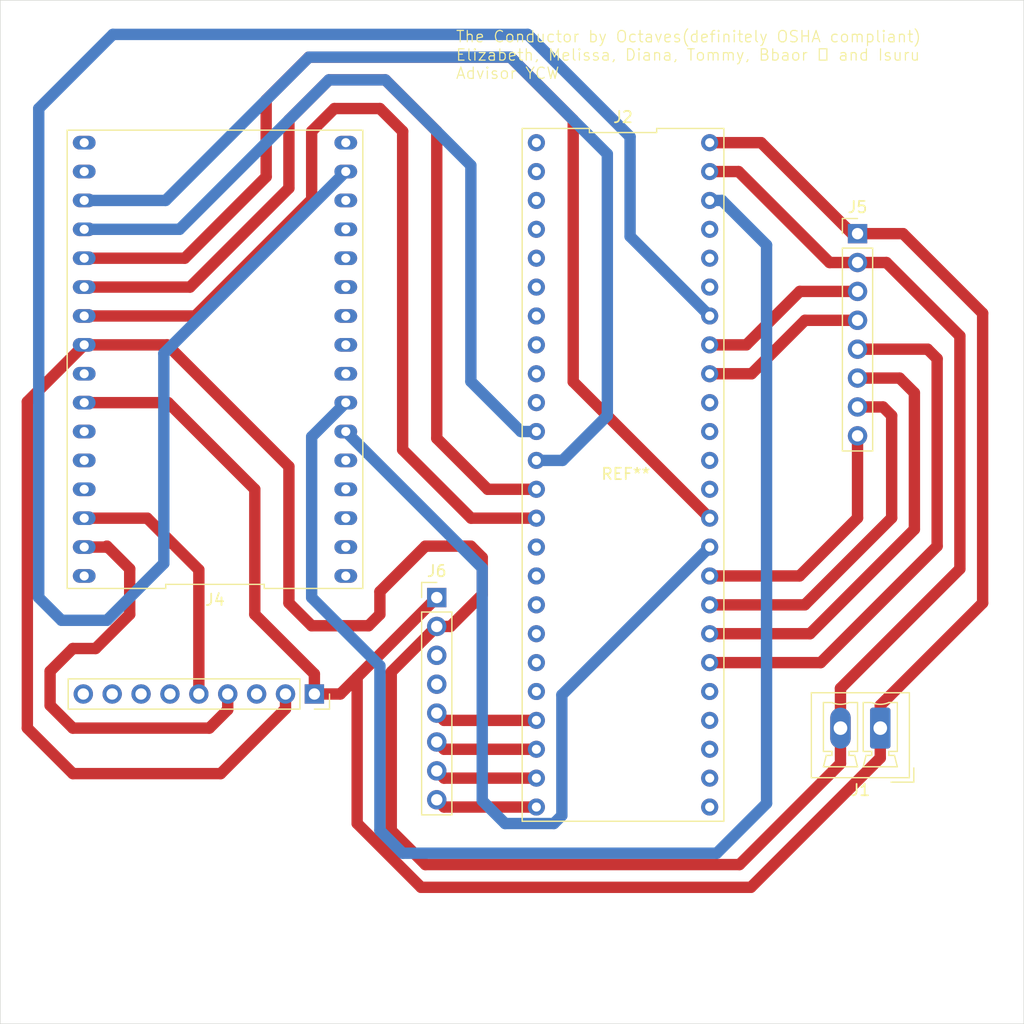
<source format=kicad_pcb>
(kicad_pcb (version 20240108) (generator "pcbnew") (generator_version "8.0")
  (layers (0 "F.Cu" signal) (31 "B.Cu" signal) (34 "B.Paste" user) (35 "F.Paste" user) (36 "B.SilkS" user "B.Silkscreen") (37 "F.SilkS" user "F.Silkscreen") (38 "B.Mask" user) (39 "F.Mask" user) (44 "Edge.Cuts" user))
  (net 0 "")
  (net 1 "Net-(J1-Pin_1)")
  (net 28 "Net-(J1-Pin_2)")
  (net 30 "Net-(J2-Pin_33)")
  (net 31 "Net-(J2-Pin_39)")
  (net 32 "Net-(J2-Pin_27)")
  (net 33 "Net-(J2-Pin_14)")
  (net 34 "Net-(J2-Pin_13)")
  (net 35 "Net-(J2-Pin_32)")
  (net 36 "Net-(J2-Pin_42)")
  (net 37 "Net-(J2-Pin_41)")
  (net 38 "Net-(J2-Pin_12)")
  (net 39 "Net-(J2-Pin_43)")
  (net 40 "Net-(J2-Pin_38)")
  (net 41 "Net-(J2-Pin_11)")
  (net 42 "Net-(J2-Pin_40)")
  (net 46 "Net-(J3-Pin_4)")
  (net 48 "Net-(J3-Pin_5)")
  (net 70 "Net-(J2-Pin_21)")
  (net 71 "Net-(J2-Pin_24)")
  (net 72 "Net-(J2-Pin_23)")
  (net 73 "Net-(J2-Pin_22)")
  (net 76 "Net-(J2-Pin_31)")
  (footprint "MountingHole:MountingHole_2.7mm_M2.5_DIN965" (layer "F.Cu") (at 63 115)
    (property "Reference" "REF**" (hide yes))
    (property "Value" "MountingHole_2.7mm_M2.5_DIN965" (hide yes))
    (pad "" np_thru_hole circle (at 0 0) (size 2.7 2.7) (drill 2.7) (layers "*.Cu" "*.Mask"))
  )
  (footprint "MountingHole:MountingHole_2.7mm_M2.5_DIN965" (layer "F.Cu") (at 115 73)
    (property "Reference" "REF**" (at 0 -3.35 0) (layer "F.SilkS"))
    (property "Value" "MountingHole_2.7mm_M2.5_DIN965")
    (pad "" np_thru_hole circle (at 0 0) (size 2.7 2.7) (drill 2.7) (layers "F&B.Cu" "*.Mask"))
  )
  (footprint "Connector_PinHeader_2.54mm:PinHeader_1x08_P2.54mm_Vertical" (layer "F.Cu") (at 98.38 80.52)
    (property "Reference" "J6" (at 0 -2.33 0) (layer "F.SilkS"))
    (property "Value" "buttons_connector")
    (fp_line (start -1.33 -1.33) (end 0 -1.33) (stroke (width 0.12)) (layer "F.SilkS"))
    (fp_line (start -1.33 0) (end -1.33 -1.33) (stroke (width 0.12)) (layer "F.SilkS"))
    (fp_line (start -1.33 1.27) (end -1.33 19.11) (stroke (width 0.12)) (layer "F.SilkS"))
    (fp_line (start -1.33 1.27) (end 1.33 1.27) (stroke (width 0.12)) (layer "F.SilkS"))
    (fp_line (start -1.33 19.11) (end 1.33 19.11) (stroke (width 0.12)) (layer "F.SilkS"))
    (fp_line (start 1.33 1.27) (end 1.33 19.11) (stroke (width 0.12)) (layer "F.SilkS"))
    (pad "1" thru_hole rect (at 0 0) (size 1.7 1.7) (drill 1) (layers "*.Cu" "*.Mask") (net 1 "Net-(J1-Pin_1)"))
    (pad "2" thru_hole oval (at 0 2.54) (size 1.7 1.7) (drill 1) (layers "*.Cu" "*.Mask") (net 28 "Net-(J1-Pin_2)"))
    (pad "3" thru_hole oval (at 0 5.08) (size 1.7 1.7) (drill 1) (layers "*.Cu" "*.Mask"))
    (pad "4" thru_hole oval (at 0 7.62) (size 1.7 1.7) (drill 1) (layers "*.Cu" "*.Mask"))
    (pad "5" thru_hole oval (at 0 10.16) (size 1.7 1.7) (drill 1) (layers "*.Cu" "*.Mask") (net 70 "Net-(J2-Pin_21)"))
    (pad "6" thru_hole oval (at 0 12.7) (size 1.7 1.7) (drill 1) (layers "*.Cu" "*.Mask") (net 73 "Net-(J2-Pin_22)"))
    (pad "7" thru_hole oval (at 0 15.24) (size 1.7 1.7) (drill 1) (layers "*.Cu" "*.Mask") (net 72 "Net-(J2-Pin_23)"))
    (pad "8" thru_hole oval (at 0 17.78) (size 1.7 1.7) (drill 1) (layers "*.Cu" "*.Mask") (net 71 "Net-(J2-Pin_24)"))
  )
  (footprint "TempLibrary:teensy4.1" (layer "F.Cu") (at 114.76 69.73 -90)
    (property "Reference" "J2" (at -31.46 0 0) (layer "F.SilkS"))
    (property "Value" "teensy 4.1")
    (fp_line (start 30.46 8.87) (end 30.46 -8.869999) (stroke (width 0.12)) (layer "F.SilkS"))
    (fp_line (start -30.46 8.869999) (end 30.46 8.87) (stroke (width 0.12)) (layer "F.SilkS"))
    (fp_line (start -30.46 2.956666) (end -30.46 8.869999) (stroke (width 0.12)) (layer "F.SilkS"))
    (fp_line (start -30.1 2.956666) (end -30.46 2.956666) (stroke (width 0.12)) (layer "F.SilkS"))
    (fp_line (start -30.46 -2.956666) (end -30.1 -2.956666) (stroke (width 0.12)) (layer "F.SilkS"))
    (fp_line (start -30.1 -2.956666) (end -30.1 2.956666) (stroke (width 0.12)) (layer "F.SilkS"))
    (fp_line (start 30.46 -8.869999) (end -30.46 -8.87) (stroke (width 0.12)) (layer "F.SilkS"))
    (fp_line (start -30.46 -8.87) (end -30.46 -2.956666) (stroke (width 0.12)) (layer "F.SilkS"))
    (pad "1" thru_hole circle (at -29.21 7.62 270) (size 1.5 1.5) (drill 0.8) (layers "*.Cu" "*.Mask"))
    (pad "2" thru_hole circle (at -26.67 7.62 270) (size 1.5 1.5) (drill 0.8) (layers "*.Cu" "*.Mask"))
    (pad "3" thru_hole circle (at -24.13 7.62 270) (size 1.5 1.5) (drill 0.8) (layers "*.Cu" "*.Mask"))
    (pad "4" thru_hole circle (at -21.59 7.62 270) (size 1.5 1.5) (drill 0.8) (layers "*.Cu" "*.Mask"))
    (pad "5" thru_hole circle (at -19.05 7.62 270) (size 1.5 1.5) (drill 0.8) (layers "*.Cu" "*.Mask"))
    (pad "6" thru_hole circle (at -16.51 7.62 270) (size 1.5 1.5) (drill 0.8) (layers "*.Cu" "*.Mask"))
    (pad "7" thru_hole circle (at -13.97 7.62 270) (size 1.5 1.5) (drill 0.8) (layers "*.Cu" "*.Mask"))
    (pad "8" thru_hole circle (at -11.43 7.62 270) (size 1.5 1.5) (drill 0.8) (layers "*.Cu" "*.Mask"))
    (pad "9" thru_hole circle (at -8.89 7.62 270) (size 1.5 1.5) (drill 0.8) (layers "*.Cu" "*.Mask"))
    (pad "10" thru_hole circle (at -6.35 7.62 270) (size 1.5 1.5) (drill 0.8) (layers "*.Cu" "*.Mask"))
    (pad "11" thru_hole circle (at -3.81 7.62 270) (size 1.5 1.5) (drill 0.8) (layers "*.Cu" "*.Mask") (net 41 "Net-(J2-Pin_11)"))
    (pad "12" thru_hole circle (at -1.27 7.62 270) (size 1.5 1.5) (drill 0.8) (layers "*.Cu" "*.Mask") (net 38 "Net-(J2-Pin_12)"))
    (pad "13" thru_hole circle (at 1.27 7.62 270) (size 1.5 1.5) (drill 0.8) (layers "*.Cu" "*.Mask") (net 34 "Net-(J2-Pin_13)"))
    (pad "14" thru_hole circle (at 3.81 7.62 270) (size 1.5 1.5) (drill 0.8) (layers "*.Cu" "*.Mask") (net 33 "Net-(J2-Pin_14)"))
    (pad "15" thru_hole circle (at 6.35 7.62 270) (size 1.5 1.5) (drill 0.8) (layers "*.Cu" "*.Mask"))
    (pad "16" thru_hole circle (at 8.89 7.62 270) (size 1.5 1.5) (drill 0.8) (layers "*.Cu" "*.Mask"))
    (pad "17" thru_hole circle (at 11.43 7.62 270) (size 1.5 1.5) (drill 0.8) (layers "*.Cu" "*.Mask"))
    (pad "18" thru_hole circle (at 13.97 7.62 270) (size 1.5 1.5) (drill 0.8) (layers "*.Cu" "*.Mask"))
    (pad "19" thru_hole circle (at 16.51 7.62 270) (size 1.5 1.5) (drill 0.8) (layers "*.Cu" "*.Mask"))
    (pad "20" thru_hole circle (at 19.05 7.62 270) (size 1.5 1.5) (drill 0.8) (layers "*.Cu" "*.Mask"))
    (pad "21" thru_hole circle (at 21.59 7.62 270) (size 1.5 1.5) (drill 0.8) (layers "*.Cu" "*.Mask") (net 70 "Net-(J2-Pin_21)"))
    (pad "22" thru_hole circle (at 24.13 7.62 270) (size 1.5 1.5) (drill 0.8) (layers "*.Cu" "*.Mask") (net 73 "Net-(J2-Pin_22)"))
    (pad "23" thru_hole circle (at 26.67 7.62 270) (size 1.5 1.5) (drill 0.8) (layers "*.Cu" "*.Mask") (net 72 "Net-(J2-Pin_23)"))
    (pad "24" thru_hole circle (at 29.21 7.62 270) (size 1.5 1.5) (drill 0.8) (layers "*.Cu" "*.Mask") (net 71 "Net-(J2-Pin_24)"))
    (pad "25" thru_hole circle (at -29.21 -7.62 270) (size 1.5 1.5) (drill 0.8) (layers "*.Cu" "*.Mask") (net 1 "Net-(J1-Pin_1)"))
    (pad "26" thru_hole circle (at -26.67 -7.62 270) (size 1.5 1.5) (drill 0.8) (layers "*.Cu" "*.Mask") (net 28 "Net-(J1-Pin_2)"))
    (pad "27" thru_hole circle (at -24.13 -7.62 270) (size 1.5 1.5) (drill 0.8) (layers "*.Cu" "*.Mask") (net 32 "Net-(J2-Pin_27)"))
    (pad "28" thru_hole circle (at -21.59 -7.62 270) (size 1.5 1.5) (drill 0.8) (layers "*.Cu" "*.Mask"))
    (pad "29" thru_hole circle (at -19.05 -7.62 270) (size 1.5 1.5) (drill 0.8) (layers "*.Cu" "*.Mask"))
    (pad "30" thru_hole circle (at -16.51 -7.62 270) (size 1.5 1.5) (drill 0.8) (layers "*.Cu" "*.Mask"))
    (pad "31" thru_hole circle (at -13.97 -7.62 270) (size 1.5 1.5) (drill 0.8) (layers "*.Cu" "*.Mask") (net 76 "Net-(J2-Pin_31)"))
    (pad "32" thru_hole circle (at -11.43 -7.62 270) (size 1.5 1.5) (drill 0.8) (layers "*.Cu" "*.Mask") (net 35 "Net-(J2-Pin_32)"))
    (pad "33" thru_hole circle (at -8.89 -7.62 270) (size 1.5 1.5) (drill 0.8) (layers "*.Cu" "*.Mask") (net 30 "Net-(J2-Pin_33)"))
    (pad "34" thru_hole circle (at -6.35 -7.62 270) (size 1.5 1.5) (drill 0.8) (layers "*.Cu" "*.Mask"))
    (pad "35" thru_hole circle (at -3.81 -7.62 270) (size 1.5 1.5) (drill 0.8) (layers "*.Cu" "*.Mask"))
    (pad "36" thru_hole circle (at -1.27 -7.62 270) (size 1.5 1.5) (drill 0.8) (layers "*.Cu" "*.Mask"))
    (pad "37" thru_hole circle (at 1.27 -7.62 270) (size 1.5 1.5) (drill 0.8) (layers "*.Cu" "*.Mask"))
    (pad "38" thru_hole circle (at 3.81 -7.62 270) (size 1.5 1.5) (drill 0.8) (layers "*.Cu" "*.Mask") (net 40 "Net-(J2-Pin_38)"))
    (pad "39" thru_hole circle (at 6.35 -7.62 270) (size 1.5 1.5) (drill 0.8) (layers "*.Cu" "*.Mask") (net 31 "Net-(J2-Pin_39)"))
    (pad "40" thru_hole circle (at 8.89 -7.62 270) (size 1.5 1.5) (drill 0.8) (layers "*.Cu" "*.Mask") (net 42 "Net-(J2-Pin_40)"))
    (pad "41" thru_hole circle (at 11.43 -7.62 270) (size 1.5 1.5) (drill 0.8) (layers "*.Cu" "*.Mask") (net 37 "Net-(J2-Pin_41)"))
    (pad "42" thru_hole circle (at 13.97 -7.62 270) (size 1.5 1.5) (drill 0.8) (layers "*.Cu" "*.Mask") (net 36 "Net-(J2-Pin_42)"))
    (pad "43" thru_hole circle (at 16.51 -7.62 270) (size 1.5 1.5) (drill 0.8) (layers "*.Cu" "*.Mask") (net 39 "Net-(J2-Pin_43)"))
    (pad "44" thru_hole circle (at 19.05 -7.62 270) (size 1.5 1.5) (drill 0.8) (layers "*.Cu" "*.Mask"))
    (pad "45" thru_hole circle (at 21.59 -7.62 270) (size 1.5 1.5) (drill 0.8) (layers "*.Cu" "*.Mask"))
    (pad "46" thru_hole circle (at 24.13 -7.62 270) (size 1.5 1.5) (drill 0.8) (layers "*.Cu" "*.Mask"))
    (pad "47" thru_hole circle (at 26.67 -7.62 270) (size 1.5 1.5) (drill 0.8) (layers "*.Cu" "*.Mask"))
    (pad "48" thru_hole circle (at 29.21 -7.62 270) (size 1.5 1.5) (drill 0.8) (layers "*.Cu" "*.Mask"))
  )
  (footprint "Connector_Phoenix_MC:PhoenixContact_MCV_1,5_2-G-3.5_1x02_P3.50mm_Vertical" (layer "F.Cu") (at 137.38 92 180)
    (property "Reference" "J1" (at 1.75 -5.45 180) (layer "F.SilkS"))
    (property "Value" "Screw_Terminal_01x02" (hide yes))
    (fp_line (start 6.06 3.11) (end 6.06 -4.36) (stroke (width 0.12)) (layer "F.SilkS"))
    (fp_line (start 6.06 -4.36) (end -2.56 -4.36) (stroke (width 0.12)) (layer "F.SilkS"))
    (fp_line (start 5 2.25) (end 4.25 2.25) (stroke (width 0.12)) (layer "F.SilkS"))
    (fp_line (start 5 -2.05) (end 5 2.25) (stroke (width 0.12)) (layer "F.SilkS"))
    (fp_line (start 5 -3.4) (end 4.75 -2.4) (stroke (width 0.12)) (layer "F.SilkS"))
    (fp_line (start 4.75 -2.4) (end 4.25 -2.4) (stroke (width 0.12)) (layer "F.SilkS"))
    (fp_line (start 4.25 -2.05) (end 5 -2.05) (stroke (width 0.12)) (layer "F.SilkS"))
    (fp_line (start 4.25 -2.4) (end 4.25 -2.05) (stroke (width 0.12)) (layer "F.SilkS"))
    (fp_line (start 2.75 2.25) (end 2 2.25) (stroke (width 0.12)) (layer "F.SilkS"))
    (fp_line (start 2.75 -2.05) (end 2.75 -2.4) (stroke (width 0.12)) (layer "F.SilkS"))
    (fp_line (start 2.75 -2.4) (end 2.25 -2.4) (stroke (width 0.12)) (layer "F.SilkS"))
    (fp_line (start 2.25 -2.4) (end 2 -3.4) (stroke (width 0.12)) (layer "F.SilkS"))
    (fp_line (start 2 2.25) (end 2 -2.05) (stroke (width 0.12)) (layer "F.SilkS"))
    (fp_line (start 2 -2.05) (end 2.75 -2.05) (stroke (width 0.12)) (layer "F.SilkS"))
    (fp_line (start 2 -3.4) (end 5 -3.4) (stroke (width 0.12)) (layer "F.SilkS"))
    (fp_line (start 1.5 2.25) (end 0.75 2.25) (stroke (width 0.12)) (layer "F.SilkS"))
    (fp_line (start 1.5 -2.05) (end 1.5 2.25) (stroke (width 0.12)) (layer "F.SilkS"))
    (fp_line (start 1.5 -3.4) (end 1.25 -2.4) (stroke (width 0.12)) (layer "F.SilkS"))
    (fp_line (start 1.25 -2.4) (end 0.75 -2.4) (stroke (width 0.12)) (layer "F.SilkS"))
    (fp_line (start 0.75 -2.05) (end 1.5 -2.05) (stroke (width 0.12)) (layer "F.SilkS"))
    (fp_line (start 0.75 -2.4) (end 0.75 -2.05) (stroke (width 0.12)) (layer "F.SilkS"))
    (fp_line (start -0.75 2.25) (end -1.5 2.25) (stroke (width 0.12)) (layer "F.SilkS"))
    (fp_line (start -0.75 -2.05) (end -0.75 -2.4) (stroke (width 0.12)) (layer "F.SilkS"))
    (fp_line (start -0.75 -2.4) (end -1.25 -2.4) (stroke (width 0.12)) (layer "F.SilkS"))
    (fp_line (start -1.25 -2.4) (end -1.5 -3.4) (stroke (width 0.12)) (layer "F.SilkS"))
    (fp_line (start -1.5 2.25) (end -1.5 -2.05) (stroke (width 0.12)) (layer "F.SilkS"))
    (fp_line (start -1.5 -2.05) (end -0.75 -2.05) (stroke (width 0.12)) (layer "F.SilkS"))
    (fp_line (start -1.5 -3.4) (end 1.5 -3.4) (stroke (width 0.12)) (layer "F.SilkS"))
    (fp_line (start -2.56 3.11) (end 6.06 3.11) (stroke (width 0.12)) (layer "F.SilkS"))
    (fp_line (start -2.56 -4.36) (end -2.56 3.11) (stroke (width 0.12)) (layer "F.SilkS"))
    (fp_line (start -2.95 -3.5) (end -2.95 -4.75) (stroke (width 0.12)) (layer "F.SilkS"))
    (fp_line (start -2.95 -4.75) (end -0.95 -4.75) (stroke (width 0.12)) (layer "F.SilkS"))
    (fp_arc (start 2.75 2.25) (mid 3.499807 2.09191) (end 4.249647 2.249844) (stroke (width 0.12)) (layer "F.SilkS"))
    (fp_arc (start -0.75 2.25) (mid -0.000193 2.09191) (end 0.749647 2.249844) (stroke (width 0.12)) (layer "F.SilkS"))
    (pad "1" thru_hole roundrect (at 0 0 180) (size 1.8 3.6) (drill 1.2) (layers "*.Cu" "*.Mask") (roundrect_rratio 0.138889) (net 1 "Net-(J1-Pin_1)"))
    (pad "2" thru_hole oval (at 3.5 0 180) (size 1.8 3.6) (drill 1.2) (layers "*.Cu" "*.Mask") (net 28 "Net-(J1-Pin_2)"))
  )
  (footprint "Connector_PinSocket_2.54mm:PinSocket_1x09_P2.54mm_Vertical" (layer "F.Cu") (at 87.62 89 -90)
    (property "Reference" "J3" (hide yes))
    (property "Value" "MAX98306" (hide yes))
    (fp_line (start -1.33 21.65) (end 1.33 21.65) (stroke (width 0.12)) (layer "F.SilkS"))
    (fp_line (start -1.33 1.27) (end -1.33 21.65) (stroke (width 0.12)) (layer "F.SilkS"))
    (fp_line (start -1.33 1.27) (end 1.33 1.27) (stroke (width 0.12)) (layer "F.SilkS"))
    (fp_line (start 1.33 1.27) (end 1.33 21.65) (stroke (width 0.12)) (layer "F.SilkS"))
    (fp_line (start 0 -1.33) (end 1.33 -1.33) (stroke (width 0.12)) (layer "F.SilkS"))
    (fp_line (start 1.33 -1.33) (end 1.33 0) (stroke (width 0.12)) (layer "F.SilkS"))
    (pad "1" thru_hole rect (at 0 0 270) (size 1.7 1.7) (drill 1) (layers "*.Cu" "*.Mask") (net 1 "Net-(J1-Pin_1)"))
    (pad "2" thru_hole oval (at 0 2.54 270) (size 1.7 1.7) (drill 1) (layers "*.Cu" "*.Mask") (net 28 "Net-(J1-Pin_2)"))
    (pad "3" thru_hole oval (at 0 5.08 270) (size 1.7 1.7) (drill 1) (layers "*.Cu" "*.Mask"))
    (pad "4" thru_hole oval (at 0 7.62 270) (size 1.7 1.7) (drill 1) (layers "*.Cu" "*.Mask") (net 46 "Net-(J3-Pin_4)"))
    (pad "5" thru_hole oval (at 0 10.16 270) (size 1.7 1.7) (drill 1) (layers "*.Cu" "*.Mask") (net 48 "Net-(J3-Pin_5)"))
    (pad "6" thru_hole oval (at 0 12.7 270) (size 1.7 1.7) (drill 1) (layers "*.Cu" "*.Mask"))
    (pad "7" thru_hole oval (at 0 15.24 270) (size 1.7 1.7) (drill 1) (layers "*.Cu" "*.Mask"))
    (pad "8" thru_hole oval (at 0 17.78 270) (size 1.7 1.7) (drill 1) (layers "*.Cu" "*.Mask"))
    (pad "9" thru_hole oval (at 0 20.32 270) (size 1.7 1.7) (drill 1) (layers "*.Cu" "*.Mask"))
  )
  (footprint "MountingHole:MountingHole_2.7mm_M2.5_DIN965" (layer "F.Cu") (at 147 115)
    (property "Reference" "REF**" (hide yes))
    (property "Value" "MountingHole_2.7mm_M2.5_DIN965" (hide yes))
    (pad "" np_thru_hole circle (at 0 0) (size 2.7 2.7) (drill 2.7) (layers "*.Cu" "*.Mask"))
  )
  (footprint "TempLibrary:vs1053b_2" (layer "F.Cu") (at 78.88 59.57 90)
    (property "Reference" "J4" (at -21.15 0 0) (layer "F.SilkS"))
    (property "Value" "vs1053b")
    (fp_line (start -20.15 -13) (end -20.15 -4.333333) (stroke (width 0.12)) (layer "F.SilkS"))
    (fp_line (start 20.15 -12.999999) (end -20.15 -13) (stroke (width 0.12)) (layer "F.SilkS"))
    (fp_line (start -19.79 -4.333333) (end -19.79 4.333333) (stroke (width 0.12)) (layer "F.SilkS"))
    (fp_line (start -20.15 -4.333333) (end -19.79 -4.333333) (stroke (width 0.12)) (layer "F.SilkS"))
    (fp_line (start -19.79 4.333333) (end -20.15 4.333333) (stroke (width 0.12)) (layer "F.SilkS"))
    (fp_line (start -20.15 4.333333) (end -20.15 12.999999) (stroke (width 0.12)) (layer "F.SilkS"))
    (fp_line (start -20.15 12.999999) (end 20.15 13) (stroke (width 0.12)) (layer "F.SilkS"))
    (fp_line (start 20.15 13) (end 20.15 -12.999999) (stroke (width 0.12)) (layer "F.SilkS"))
    (pad "1" thru_hole oval (at -19.05 11.5 90) (size 1.2 2) (drill 0.8) (layers "*.Cu" "*.Mask"))
    (pad "2" thru_hole oval (at -16.51 11.5 90) (size 1.2 2) (drill 0.8) (layers "*.Cu" "*.Mask"))
    (pad "3" thru_hole oval (at -13.97 11.5 90) (size 1.2 2) (drill 0.8) (layers "*.Cu" "*.Mask"))
    (pad "4" thru_hole oval (at -11.43 11.5 90) (size 1.2 2) (drill 0.8) (layers "*.Cu" "*.Mask"))
    (pad "5" thru_hole oval (at -8.89 11.5 90) (size 1.2 2) (drill 0.8) (layers "*.Cu" "*.Mask"))
    (pad "6" thru_hole oval (at -6.35 11.5 90) (size 1.2 2) (drill 0.8) (layers "*.Cu" "*.Mask") (net 31 "Net-(J2-Pin_39)"))
    (pad "7" thru_hole oval (at -3.81 11.5 90) (size 1.2 2) (drill 0.8) (layers "*.Cu" "*.Mask") (net 32 "Net-(J2-Pin_27)"))
    (pad "8" thru_hole oval (at -1.27 11.5 90) (size 1.2 2) (drill 0.8) (layers "*.Cu" "*.Mask"))
    (pad "9" thru_hole oval (at 1.27 11.5 90) (size 1.2 2) (drill 0.8) (layers "*.Cu" "*.Mask"))
    (pad "10" thru_hole oval (at 3.81 11.5 90) (size 1.2 2) (drill 0.8) (layers "*.Cu" "*.Mask"))
    (pad "11" thru_hole oval (at 6.35 11.5 90) (size 1.2 2) (drill 0.8) (layers "*.Cu" "*.Mask"))
    (pad "12" thru_hole oval (at 8.89 11.5 90) (size 1.2 2) (drill 0.8) (layers "*.Cu" "*.Mask"))
    (pad "13" thru_hole oval (at 11.43 11.5 90) (size 1.2 2) (drill 0.8) (layers "*.Cu" "*.Mask"))
    (pad "14" thru_hole oval (at 13.97 11.5 90) (size 1.2 2) (drill 0.8) (layers "*.Cu" "*.Mask"))
    (pad "15" thru_hole oval (at 16.51 11.5 90) (size 1.2 2) (drill 0.8) (layers "*.Cu" "*.Mask") (net 76 "Net-(J2-Pin_31)"))
    (pad "16" thru_hole oval (at 19.05 11.5 90) (size 1.2 2) (drill 0.8) (layers "*.Cu" "*.Mask"))
    (pad "17" thru_hole oval (at -19.05 -11.5 90) (size 1.2 2) (drill 0.8) (layers "*.Cu" "*.Mask"))
    (pad "18" thru_hole oval (at -16.51 -11.5 90) (size 1.2 2) (drill 0.8) (layers "*.Cu" "*.Mask") (net 46 "Net-(J3-Pin_4)"))
    (pad "19" thru_hole oval (at -13.97 -11.5 90) (size 1.2 2) (drill 0.8) (layers "*.Cu" "*.Mask") (net 48 "Net-(J3-Pin_5)"))
    (pad "20" thru_hole oval (at -11.43 -11.5 90) (size 1.2 2) (drill 0.8) (layers "*.Cu" "*.Mask"))
    (pad "21" thru_hole oval (at -8.89 -11.5 90) (size 1.2 2) (drill 0.8) (layers "*.Cu" "*.Mask"))
    (pad "22" thru_hole oval (at -6.35 -11.5 90) (size 1.2 2) (drill 0.8) (layers "*.Cu" "*.Mask"))
    (pad "23" thru_hole oval (at -3.81 -11.5 90) (size 1.2 2) (drill 0.8) (layers "*.Cu" "*.Mask") (net 1 "Net-(J1-Pin_1)"))
    (pad "24" thru_hole oval (at -1.27 -11.5 90) (size 1.2 2) (drill 0.8) (layers "*.Cu" "*.Mask"))
    (pad "25" thru_hole oval (at 1.27 -11.5 90) (size 1.2 2) (drill 0.8) (layers "*.Cu" "*.Mask") (net 28 "Net-(J1-Pin_2)"))
    (pad "26" thru_hole oval (at 3.81 -11.5 90) (size 1.2 2) (drill 0.8) (layers "*.Cu" "*.Mask") (net 33 "Net-(J2-Pin_14)"))
    (pad "27" thru_hole oval (at 6.35 -11.5 90) (size 1.2 2) (drill 0.8) (layers "*.Cu" "*.Mask") (net 34 "Net-(J2-Pin_13)"))
    (pad "28" thru_hole oval (at 8.89 -11.5 90) (size 1.2 2) (drill 0.8) (layers "*.Cu" "*.Mask") (net 40 "Net-(J2-Pin_38)"))
    (pad "29" thru_hole oval (at 11.43 -11.5 90) (size 1.2 2) (drill 0.8) (layers "*.Cu" "*.Mask") (net 41 "Net-(J2-Pin_11)"))
    (pad "30" thru_hole oval (at 13.97 -11.5 90) (size 1.2 2) (drill 0.8) (layers "*.Cu" "*.Mask") (net 38 "Net-(J2-Pin_12)"))
    (pad "31" thru_hole oval (at 16.51 -11.5 90) (size 1.2 2) (drill 0.8) (layers "*.Cu" "*.Mask"))
    (pad "32" thru_hole oval (at 19.05 -11.5 90) (size 1.2 2) (drill 0.8) (layers "*.Cu" "*.Mask"))
  )
  (footprint "MountingHole:MountingHole_2.7mm_M2.5_DIN965" (layer "F.Cu") (at 63 31)
    (property "Reference" "REF**" (hide yes))
    (property "Value" "MountingHole_2.7mm_M2.5_DIN965" (hide yes))
    (pad "" np_thru_hole circle (at 0 0) (size 2.7 2.7) (drill 2.7) (layers "*.Cu" "*.Mask"))
  )
  (footprint "Connector_PinHeader_2.54mm:PinHeader_1x08_P2.54mm_Vertical" (layer "F.Cu") (at 135.38 48.52)
    (property "Reference" "J5" (at 0 -2.33 0) (layer "F.SilkS"))
    (property "Value" "flex_imu_connector" (hide yes))
    (fp_line (start -1.33 -1.33) (end 0 -1.33) (stroke (width 0.12)) (layer "F.SilkS"))
    (fp_line (start -1.33 0) (end -1.33 -1.33) (stroke (width 0.12)) (layer "F.SilkS"))
    (fp_line (start -1.33 1.27) (end -1.33 19.11) (stroke (width 0.12)) (layer "F.SilkS"))
    (fp_line (start -1.33 1.27) (end 1.33 1.27) (stroke (width 0.12)) (layer "F.SilkS"))
    (fp_line (start -1.33 19.11) (end 1.33 19.11) (stroke (width 0.12)) (layer "F.SilkS"))
    (fp_line (start 1.33 1.27) (end 1.33 19.11) (stroke (width 0.12)) (layer "F.SilkS"))
    (pad "1" thru_hole rect (at 0 0) (size 1.7 1.7) (drill 1) (layers "*.Cu" "*.Mask") (net 1 "Net-(J1-Pin_1)"))
    (pad "2" thru_hole oval (at 0 2.54) (size 1.7 1.7) (drill 1) (layers "*.Cu" "*.Mask") (net 28 "Net-(J1-Pin_2)"))
    (pad "3" thru_hole oval (at 0 5.08) (size 1.7 1.7) (drill 1) (layers "*.Cu" "*.Mask") (net 35 "Net-(J2-Pin_32)"))
    (pad "4" thru_hole oval (at 0 7.62) (size 1.7 1.7) (drill 1) (layers "*.Cu" "*.Mask") (net 30 "Net-(J2-Pin_33)"))
    (pad "5" thru_hole oval (at 0 10.16) (size 1.7 1.7) (drill 1) (layers "*.Cu" "*.Mask") (net 39 "Net-(J2-Pin_43)"))
    (pad "6" thru_hole oval (at 0 12.7) (size 1.7 1.7) (drill 1) (layers "*.Cu" "*.Mask") (net 36 "Net-(J2-Pin_42)"))
    (pad "7" thru_hole oval (at 0 15.24) (size 1.7 1.7) (drill 1) (layers "*.Cu" "*.Mask") (net 37 "Net-(J2-Pin_41)"))
    (pad "8" thru_hole oval (at 0 17.78) (size 1.7 1.7) (drill 1) (layers "*.Cu" "*.Mask") (net 42 "Net-(J2-Pin_40)"))
  )
  (footprint "MountingHole:MountingHole_2.7mm_M2.5_DIN965" (layer "F.Cu") (at 147 31)
    (property "Reference" "REF**" (hide yes))
    (property "Value" "MountingHole_2.7mm_M2.5_DIN965" (hide yes))
    (pad "" np_thru_hole circle (at 0 0) (size 2.7 2.7) (drill 2.7) (layers "*.Cu" "*.Mask"))
  )
  (gr_rect (start 60 28) (end 150 118) (stroke (width 0.05)) (fill none) (layer "Edge.Cuts"))
  (gr_text "The Conductor by Octaves(definitely OSHA compliant)\nElizabeth, Melissa, Diana, Tommy, Bbaor ඞ and Isuru\nAdvisor YCW  \n" (at 100 35 0) (layer "F.SilkS") (effects (font (size 1 1) (thickness 0.1)) (justify left bottom)))
  (segment (start 139.38 48.52) (end 146.38 55.52) (width 1) (layer "F.Cu") (net 1))
  (segment (start 97 106) (end 126 106) (width 1) (layer "F.Cu") (net 1))
  (segment (start 87.62 87.24) (end 87.62 89) (width 1) (layer "F.Cu") (net 1))
  (segment (start 91.38 100.38) (end 97 106) (width 1) (layer "F.Cu") (net 1))
  (segment (start 82.38 71) (end 82.38 82) (width 1) (layer "F.Cu") (net 1))
  (segment (start 146.38 55.52) (end 146.38 81) (width 1) (layer "F.Cu") (net 1))
  (segment (start 126 106) (end 137.38 94.62) (width 1) (layer "F.Cu") (net 1))
  (segment (start 134.9 48.52) (end 126.9 40.52) (width 1) (layer "F.Cu") (net 1))
  (segment (start 137.38 90) (end 137.38 92) (width 1) (layer "F.Cu") (net 1))
  (segment (start 87.62 89) (end 89.9 89) (width 1) (layer "F.Cu") (net 1))
  (segment (start 146.38 81) (end 137.38 90) (width 1) (layer "F.Cu") (net 1))
  (segment (start 135.38 48.52) (end 134.9 48.52) (width 1) (layer "F.Cu") (net 1))
  (segment (start 67.38 63.38) (end 74.76 63.38) (width 1) (layer "F.Cu") (net 1))
  (segment (start 91.38 87.52) (end 91.38 100.38) (width 1) (layer "F.Cu") (net 1))
  (segment (start 135.38 48.52) (end 139.38 48.52) (width 1) (layer "F.Cu") (net 1))
  (segment (start 89.9 89) (end 91.38 87.52) (width 1) (layer "F.Cu") (net 1))
  (segment (start 82.38 82) (end 87.62 87.24) (width 1) (layer "F.Cu") (net 1))
  (segment (start 137.38 94.62) (end 137.38 92) (width 1) (layer "F.Cu") (net 1))
  (segment (start 126.9 40.52) (end 122.38 40.52) (width 1) (layer "F.Cu") (net 1))
  (segment (start 74.76 63.38) (end 82.38 71) (width 1) (layer "F.Cu") (net 1))
  (segment (start 91.38 87.52) (end 98.38 80.52) (width 1) (layer "F.Cu") (net 1))
  (segment (start 97.38 104) (end 94.38 101) (width 1) (layer "F.Cu") (net 28))
  (segment (start 101.38 76) (end 102.38 77) (width 1) (layer "F.Cu") (net 28))
  (segment (start 67.38 58.3) (end 62.38 63.3) (width 1) (layer "F.Cu") (net 28))
  (segment (start 144.38 57.52) (end 144.38 78) (width 1) (layer "F.Cu") (net 28))
  (segment (start 62.38 92) (end 66.38 96) (width 1) (layer "F.Cu") (net 28))
  (segment (start 99.582081 83.06) (end 98.38 83.06) (width 1) (layer "F.Cu") (net 28))
  (segment (start 66.38 96) (end 79.38 96) (width 1) (layer "F.Cu") (net 28))
  (segment (start 85.38 81) (end 87.38 83) (width 1) (layer "F.Cu") (net 28))
  (segment (start 85.08 90.3) (end 85.08 89) (width 1) (layer "F.Cu") (net 28))
  (segment (start 133.88 92) (end 133.88 95.12) (width 1) (layer "F.Cu") (net 28))
  (segment (start 137.92 51.06) (end 144.38 57.52) (width 1) (layer "F.Cu") (net 28))
  (segment (start 97.38 76) (end 101.38 76) (width 1) (layer "F.Cu") (net 28))
  (segment (start 133.88 95.12) (end 125 104) (width 1) (layer "F.Cu") (net 28))
  (segment (start 125 104) (end 97.38 104) (width 1) (layer "F.Cu") (net 28))
  (segment (start 92.38 83) (end 93.38 82) (width 1) (layer "F.Cu") (net 28))
  (segment (start 124.92 43.06) (end 122.38 43.06) (width 1) (layer "F.Cu") (net 28))
  (segment (start 102.38 77) (end 102.38 80.262081) (width 1) (layer "F.Cu") (net 28))
  (segment (start 85.38 69) (end 74.68 58.3) (width 1) (layer "F.Cu") (net 28))
  (segment (start 133.88 88.5) (end 133.88 92) (width 1) (layer "F.Cu") (net 28))
  (segment (start 94.38 87.06) (end 98.38 83.06) (width 1) (layer "F.Cu") (net 28))
  (segment (start 93.38 80) (end 97.38 76) (width 1) (layer "F.Cu") (net 28))
  (segment (start 132.92 51.06) (end 124.92 43.06) (width 1) (layer "F.Cu") (net 28))
  (segment (start 93.38 82) (end 93.38 80) (width 1) (layer "F.Cu") (net 28))
  (segment (start 74.68 58.3) (end 67.38 58.3) (width 1) (layer "F.Cu") (net 28))
  (segment (start 62.38 63.3) (end 62.38 92) (width 1) (layer "F.Cu") (net 28))
  (segment (start 135.38 51.06) (end 132.92 51.06) (width 1) (layer "F.Cu") (net 28))
  (segment (start 94.38 101) (end 94.38 87.06) (width 1) (layer "F.Cu") (net 28))
  (segment (start 135.38 51.06) (end 137.92 51.06) (width 1) (layer "F.Cu") (net 28))
  (segment (start 87.38 83) (end 92.38 83) (width 1) (layer "F.Cu") (net 28))
  (segment (start 102.38 80.262081) (end 99.582081 83.06) (width 1) (layer "F.Cu") (net 28))
  (segment (start 79.38 96) (end 85.08 90.3) (width 1) (layer "F.Cu") (net 28))
  (segment (start 85.38 69) (end 85.38 81) (width 1) (layer "F.Cu") (net 28))
  (segment (start 144.38 78) (end 133.88 88.5) (width 1) (layer "F.Cu") (net 28))
  (segment (start 122.38 60.84) (end 126.06 60.84) (width 1) (layer "F.Cu") (net 30))
  (segment (start 130.76 56.14) (end 135.38 56.14) (width 1) (layer "F.Cu") (net 30))
  (segment (start 126.06 60.84) (end 130.76 56.14) (width 1) (layer "F.Cu") (net 30))
  (segment (start 104.39 100.39) (end 108.675305 100.39) (width 1) (layer "B.Cu") (net 31))
  (segment (start 102.38 77.92) (end 102.38 98.38) (width 1) (layer "B.Cu") (net 31))
  (segment (start 108.675305 100.39) (end 109.38 99.685305) (width 1) (layer "B.Cu") (net 31))
  (segment (start 102.38 98.38) (end 104.39 100.39) (width 1) (layer "B.Cu") (net 31))
  (segment (start 109.38 99.685305) (end 109.38 89.08) (width 1) (layer "B.Cu") (net 31))
  (segment (start 109.38 89.08) (end 122.38 76.08) (width 1) (layer "B.Cu") (net 31))
  (segment (start 90.38 65.92) (end 102.38 77.92) (width 1) (layer "B.Cu") (net 31))
  (segment (start 87.38 66.38) (end 87.38 80.52) (width 1) (layer "B.Cu") (net 32))
  (segment (start 87.38 80.52) (end 93.38 86.52) (width 1) (layer "B.Cu") (net 32))
  (segment (start 93.38 101) (end 95.38 103) (width 1) (layer "B.Cu") (net 32))
  (segment (start 127.38 49.52) (end 123.46 45.6) (width 1) (layer "B.Cu") (net 32))
  (segment (start 123.46 45.6) (end 122.38 45.6) (width 1) (layer "B.Cu") (net 32))
  (segment (start 95.38 103) (end 123 103) (width 1) (layer "B.Cu") (net 32))
  (segment (start 93.38 86.52) (end 93.38 101) (width 1) (layer "B.Cu") (net 32))
  (segment (start 90.38 63.38) (end 87.38 66.38) (width 1) (layer "B.Cu") (net 32))
  (segment (start 127.38 98.62) (end 127.38 49.52) (width 1) (layer "B.Cu") (net 32))
  (segment (start 123 103) (end 127.38 98.62) (width 1) (layer "B.Cu") (net 32))
  (segment (start 87.38 39.52) (end 89.38 37.52) (width 1) (layer "F.Cu") (net 33))
  (segment (start 77.14 55.76) (end 87.38 45.52) (width 1) (layer "F.Cu") (net 33))
  (segment (start 87.38 45.52) (end 87.38 39.52) (width 1) (layer "F.Cu") (net 33))
  (segment (start 95.38 39.52) (end 95.38 67.52) (width 1) (layer "F.Cu") (net 33))
  (segment (start 95.38 67.52) (end 101.4 73.54) (width 1) (layer "F.Cu") (net 33))
  (segment (start 89.38 37.52) (end 93.38 37.52) (width 1) (layer "F.Cu") (net 33))
  (segment (start 93.38 37.52) (end 95.38 39.52) (width 1) (layer "F.Cu") (net 33))
  (segment (start 67.38 55.76) (end 77.14 55.76) (width 1) (layer "F.Cu") (net 33))
  (segment (start 101.4 73.54) (end 107.14 73.54) (width 1) (layer "F.Cu") (net 33))
  (segment (start 85.38 38.52) (end 85.38 44.52) (width 1) (layer "F.Cu") (net 34))
  (segment (start 88.9 35) (end 85.38 38.52) (width 1) (layer "F.Cu") (net 34))
  (segment (start 98.38 39.52) (end 93.86 35) (width 1) (layer "F.Cu") (net 34))
  (segment (start 76.68 53.22) (end 67.38 53.22) (width 1) (layer "F.Cu") (net 34))
  (segment (start 98.38 66.52) (end 98.38 39.52) (width 1) (layer "F.Cu") (net 34))
  (segment (start 85.38 44.52) (end 76.68 53.22) (width 1) (layer "F.Cu") (net 34))
  (segment (start 93.86 35) (end 88.9 35) (width 1) (layer "F.Cu") (net 34))
  (segment (start 107.14 71) (end 102.86 71) (width 1) (layer "F.Cu") (net 34))
  (segment (start 102.86 71) (end 98.38 66.52) (width 1) (layer "F.Cu") (net 34))
  (segment (start 135.38 53.6) (end 130.3 53.6) (width 1) (layer "F.Cu") (net 35))
  (segment (start 125.6 58.3) (end 122.38 58.3) (width 1) (layer "F.Cu") (net 35))
  (segment (start 130.3 53.6) (end 125.6 58.3) (width 1) (layer "F.Cu") (net 35))
  (segment (start 140.38 62.52) (end 140.38 74.52) (width 1) (layer "F.Cu") (net 36))
  (segment (start 135.38 61.22) (end 139.08 61.22) (width 1) (layer "F.Cu") (net 36))
  (segment (start 139.08 61.22) (end 140.38 62.52) (width 1) (layer "F.Cu") (net 36))
  (segment (start 140.38 74.52) (end 131.2 83.7) (width 1) (layer "F.Cu") (net 36))
  (segment (start 131.2 83.7) (end 122.38 83.7) (width 1) (layer "F.Cu") (net 36))
  (segment (start 138.38 64.52) (end 138.38 73.52) (width 1) (layer "F.Cu") (net 37))
  (segment (start 137.62 63.76) (end 138.38 64.52) (width 1) (layer "F.Cu") (net 37))
  (segment (start 130.74 81.16) (end 122.38 81.16) (width 1) (layer "F.Cu") (net 37))
  (segment (start 135.38 63.76) (end 137.62 63.76) (width 1) (layer "F.Cu") (net 37))
  (segment (start 138.38 73.52) (end 130.74 81.16) (width 1) (layer "F.Cu") (net 37))
  (segment (start 113.38 41.52) (end 104.86 33) (width 1) (layer "B.Cu") (net 38))
  (segment (start 74.54 45.6) (end 67.38 45.6) (width 1) (layer "B.Cu") (net 38))
  (segment (start 113.38 64.52) (end 113.38 41.52) (width 1) (layer "B.Cu") (net 38))
  (segment (start 104.86 33) (end 87.14 33) (width 1) (layer "B.Cu") (net 38))
  (segment (start 87.14 33) (end 74.54 45.6) (width 1) (layer "B.Cu") (net 38))
  (segment (start 107.14 68.46) (end 109.44 68.46) (width 1) (layer "B.Cu") (net 38))
  (segment (start 109.44 68.46) (end 113.38 64.52) (width 1) (layer "B.Cu") (net 38))
  (segment (start 142.38 59.52) (end 142.38 76) (width 1) (layer "F.Cu") (net 39))
  (segment (start 132.14 86.24) (end 122.38 86.24) (width 1) (layer "F.Cu") (net 39))
  (segment (start 141.54 58.68) (end 142.38 59.52) (width 1) (layer "F.Cu") (net 39))
  (segment (start 142.38 76) (end 132.14 86.24) (width 1) (layer "F.Cu") (net 39))
  (segment (start 135.38 58.68) (end 141.54 58.68) (width 1) (layer "F.Cu") (net 39))
  (segment (start 110.38 38.52) (end 110.38 61.54) (width 1) (layer "F.Cu") (net 40))
  (segment (start 67.38 50.68) (end 76.22 50.68) (width 1) (layer "F.Cu") (net 40))
  (segment (start 87.13 33) (end 104.86 33) (width 1) (layer "F.Cu") (net 40))
  (segment (start 110.38 61.54) (end 122.38 73.54) (width 1) (layer "F.Cu") (net 40))
  (segment (start 76.22 50.68) (end 83.38 43.52) (width 1) (layer "F.Cu") (net 40))
  (segment (start 83.38 36.75) (end 87.13 33) (width 1) (layer "F.Cu") (net 40))
  (segment (start 83.38 43.52) (end 83.38 36.75) (width 1) (layer "F.Cu") (net 40))
  (segment (start 104.86 33) (end 110.38 38.52) (width 1) (layer "F.Cu") (net 40))
  (segment (start 93.86 35) (end 88.9 35) (width 1) (layer "B.Cu") (net 41))
  (segment (start 101.38 61.52) (end 101.38 42.52) (width 1) (layer "B.Cu") (net 41))
  (segment (start 88.9 35) (end 75.76 48.14) (width 1) (layer "B.Cu") (net 41))
  (segment (start 75.76 48.14) (end 67.38 48.14) (width 1) (layer "B.Cu") (net 41))
  (segment (start 101.38 61.52) (end 105.78 65.92) (width 1) (layer "B.Cu") (net 41))
  (segment (start 101.38 42.52) (end 93.86 35) (width 1) (layer "B.Cu") (net 41))
  (segment (start 105.78 65.92) (end 107.14 65.92) (width 1) (layer "B.Cu") (net 41))
  (segment (start 130.28 78.62) (end 122.38 78.62) (width 1) (layer "F.Cu") (net 42))
  (segment (start 135.38 66.3) (end 135.38 73.52) (width 1) (layer "F.Cu") (net 42))
  (segment (start 135.38 73.52) (end 130.28 78.62) (width 1) (layer "F.Cu") (net 42))
  (segment (start 66.38 92) (end 78.38 92) (width 1) (layer "F.Cu") (net 46))
  (segment (start 67.38 76.08) (end 69.3 76.08) (width 1) (layer "F.Cu") (net 46))
  (segment (start 69.3 76.08) (end 69.38 76) (width 1) (layer "F.Cu") (net 46))
  (segment (start 66.38 85) (end 64.38 87) (width 1) (layer "F.Cu") (net 46))
  (segment (start 78.38 92) (end 80 90.38) (width 1) (layer "F.Cu") (net 46))
  (segment (start 68.38 85) (end 66.38 85) (width 1) (layer "F.Cu") (net 46))
  (segment (start 69.38 76) (end 71.38 78) (width 1) (layer "F.Cu") (net 46))
  (segment (start 80 90.38) (end 80 89) (width 1) (layer "F.Cu") (net 46))
  (segment (start 64.38 87) (end 64.38 90) (width 1) (layer "F.Cu") (net 46))
  (segment (start 64.38 90) (end 66.38 92) (width 1) (layer "F.Cu") (net 46))
  (segment (start 71.38 82) (end 68.38 85) (width 1) (layer "F.Cu") (net 46))
  (segment (start 71.38 78) (end 71.38 82) (width 1) (layer "F.Cu") (net 46))
  (segment (start 77.46 78.08) (end 77.46 89) (width 1) (layer "F.Cu") (net 48))
  (segment (start 67.38 73.54) (end 72.92 73.54) (width 1) (layer "F.Cu") (net 48))
  (segment (start 72.92 73.54) (end 77.46 78.08) (width 1) (layer "F.Cu") (net 48))
  (segment (start 99.02 91.32) (end 98.38 90.68) (width 1) (layer "F.Cu") (net 70))
  (segment (start 107.14 91.32) (end 99.02 91.32) (width 1) (layer "F.Cu") (net 70))
  (segment (start 107.14 98.94) (end 99.02 98.94) (width 1) (layer "F.Cu") (net 71))
  (segment (start 99.02 98.94) (end 98.38 98.3) (width 1) (layer "F.Cu") (net 71))
  (segment (start 99.02 96.4) (end 98.38 95.76) (width 1) (layer "F.Cu") (net 72))
  (segment (start 107.14 96.4) (end 99.02 96.4) (width 1) (layer "F.Cu") (net 72))
  (segment (start 99.02 93.86) (end 98.38 93.22) (width 1) (layer "F.Cu") (net 73))
  (segment (start 107.14 93.86) (end 99.02 93.86) (width 1) (layer "F.Cu") (net 73))
  (segment (start 74.38 59.06) (end 90.38 43.06) (width 1) (layer "B.Cu") (net 76))
  (segment (start 65.38 82.52) (end 69.38 82.52) (width 1) (layer "B.Cu") (net 76))
  (segment (start 69.9 31) (end 63.38 37.52) (width 1) (layer "B.Cu") (net 76))
  (segment (start 106.38 31) (end 69.9 31) (width 1) (layer "B.Cu") (net 76))
  (segment (start 115.38 48.76) (end 115.38 40) (width 1) (layer "B.Cu") (net 76))
  (segment (start 63.38 37.52) (end 63.38 80.52) (width 1) (layer "B.Cu") (net 76))
  (segment (start 115.38 40) (end 106.38 31) (width 1) (layer "B.Cu") (net 76))
  (segment (start 63.38 80.52) (end 65.38 82.52) (width 1) (layer "B.Cu") (net 76))
  (segment (start 74.38 77.52) (end 74.38 59.06) (width 1) (layer "B.Cu") (net 76))
  (segment (start 122.38 55.76) (end 115.38 48.76) (width 1) (layer "B.Cu") (net 76))
  (segment (start 69.38 82.52) (end 74.38 77.52) (width 1) (layer "B.Cu") (net 76))
)
</source>
